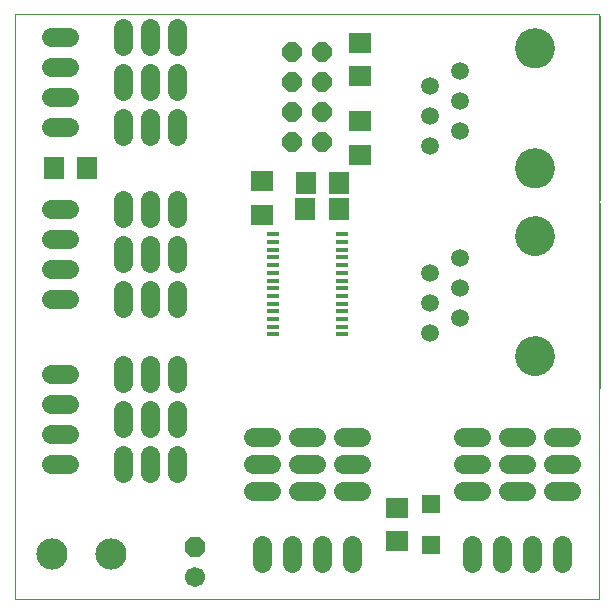
<source format=gts>
G75*
G70*
%OFA0B0*%
%FSLAX24Y24*%
%IPPOS*%
%LPD*%
%AMOC8*
5,1,8,0,0,1.08239X$1,22.5*
%
%ADD10C,0.0000*%
%ADD11C,0.0640*%
%ADD12R,0.0750X0.0670*%
%ADD13R,0.0430X0.0160*%
%ADD14R,0.0670X0.0750*%
%ADD15R,0.0670X0.0749*%
%ADD16OC8,0.0670*%
%ADD17C,0.0670*%
%ADD18C,0.0004*%
%ADD19C,0.0594*%
%ADD20C,0.1320*%
%ADD21C,0.1040*%
%ADD22OC8,0.0640*%
%ADD23C,0.0634*%
%ADD24R,0.0631X0.0631*%
D10*
X000180Y000680D02*
X000180Y020176D01*
X019675Y020176D01*
X019675Y000680D01*
X000180Y000680D01*
X016869Y008805D02*
X016871Y008855D01*
X016877Y008905D01*
X016887Y008954D01*
X016900Y009003D01*
X016918Y009050D01*
X016939Y009096D01*
X016963Y009139D01*
X016991Y009181D01*
X017022Y009221D01*
X017056Y009258D01*
X017093Y009292D01*
X017133Y009323D01*
X017175Y009351D01*
X017218Y009375D01*
X017264Y009396D01*
X017311Y009414D01*
X017360Y009427D01*
X017409Y009437D01*
X017459Y009443D01*
X017509Y009445D01*
X017559Y009443D01*
X017609Y009437D01*
X017658Y009427D01*
X017707Y009414D01*
X017754Y009396D01*
X017800Y009375D01*
X017843Y009351D01*
X017885Y009323D01*
X017925Y009292D01*
X017962Y009258D01*
X017996Y009221D01*
X018027Y009181D01*
X018055Y009139D01*
X018079Y009096D01*
X018100Y009050D01*
X018118Y009003D01*
X018131Y008954D01*
X018141Y008905D01*
X018147Y008855D01*
X018149Y008805D01*
X018147Y008755D01*
X018141Y008705D01*
X018131Y008656D01*
X018118Y008607D01*
X018100Y008560D01*
X018079Y008514D01*
X018055Y008471D01*
X018027Y008429D01*
X017996Y008389D01*
X017962Y008352D01*
X017925Y008318D01*
X017885Y008287D01*
X017843Y008259D01*
X017800Y008235D01*
X017754Y008214D01*
X017707Y008196D01*
X017658Y008183D01*
X017609Y008173D01*
X017559Y008167D01*
X017509Y008165D01*
X017459Y008167D01*
X017409Y008173D01*
X017360Y008183D01*
X017311Y008196D01*
X017264Y008214D01*
X017218Y008235D01*
X017175Y008259D01*
X017133Y008287D01*
X017093Y008318D01*
X017056Y008352D01*
X017022Y008389D01*
X016991Y008429D01*
X016963Y008471D01*
X016939Y008514D01*
X016918Y008560D01*
X016900Y008607D01*
X016887Y008656D01*
X016877Y008705D01*
X016871Y008755D01*
X016869Y008805D01*
X016869Y012805D02*
X016871Y012855D01*
X016877Y012905D01*
X016887Y012954D01*
X016900Y013003D01*
X016918Y013050D01*
X016939Y013096D01*
X016963Y013139D01*
X016991Y013181D01*
X017022Y013221D01*
X017056Y013258D01*
X017093Y013292D01*
X017133Y013323D01*
X017175Y013351D01*
X017218Y013375D01*
X017264Y013396D01*
X017311Y013414D01*
X017360Y013427D01*
X017409Y013437D01*
X017459Y013443D01*
X017509Y013445D01*
X017559Y013443D01*
X017609Y013437D01*
X017658Y013427D01*
X017707Y013414D01*
X017754Y013396D01*
X017800Y013375D01*
X017843Y013351D01*
X017885Y013323D01*
X017925Y013292D01*
X017962Y013258D01*
X017996Y013221D01*
X018027Y013181D01*
X018055Y013139D01*
X018079Y013096D01*
X018100Y013050D01*
X018118Y013003D01*
X018131Y012954D01*
X018141Y012905D01*
X018147Y012855D01*
X018149Y012805D01*
X018147Y012755D01*
X018141Y012705D01*
X018131Y012656D01*
X018118Y012607D01*
X018100Y012560D01*
X018079Y012514D01*
X018055Y012471D01*
X018027Y012429D01*
X017996Y012389D01*
X017962Y012352D01*
X017925Y012318D01*
X017885Y012287D01*
X017843Y012259D01*
X017800Y012235D01*
X017754Y012214D01*
X017707Y012196D01*
X017658Y012183D01*
X017609Y012173D01*
X017559Y012167D01*
X017509Y012165D01*
X017459Y012167D01*
X017409Y012173D01*
X017360Y012183D01*
X017311Y012196D01*
X017264Y012214D01*
X017218Y012235D01*
X017175Y012259D01*
X017133Y012287D01*
X017093Y012318D01*
X017056Y012352D01*
X017022Y012389D01*
X016991Y012429D01*
X016963Y012471D01*
X016939Y012514D01*
X016918Y012560D01*
X016900Y012607D01*
X016887Y012656D01*
X016877Y012705D01*
X016871Y012755D01*
X016869Y012805D01*
X016869Y015055D02*
X016871Y015105D01*
X016877Y015155D01*
X016887Y015204D01*
X016900Y015253D01*
X016918Y015300D01*
X016939Y015346D01*
X016963Y015389D01*
X016991Y015431D01*
X017022Y015471D01*
X017056Y015508D01*
X017093Y015542D01*
X017133Y015573D01*
X017175Y015601D01*
X017218Y015625D01*
X017264Y015646D01*
X017311Y015664D01*
X017360Y015677D01*
X017409Y015687D01*
X017459Y015693D01*
X017509Y015695D01*
X017559Y015693D01*
X017609Y015687D01*
X017658Y015677D01*
X017707Y015664D01*
X017754Y015646D01*
X017800Y015625D01*
X017843Y015601D01*
X017885Y015573D01*
X017925Y015542D01*
X017962Y015508D01*
X017996Y015471D01*
X018027Y015431D01*
X018055Y015389D01*
X018079Y015346D01*
X018100Y015300D01*
X018118Y015253D01*
X018131Y015204D01*
X018141Y015155D01*
X018147Y015105D01*
X018149Y015055D01*
X018147Y015005D01*
X018141Y014955D01*
X018131Y014906D01*
X018118Y014857D01*
X018100Y014810D01*
X018079Y014764D01*
X018055Y014721D01*
X018027Y014679D01*
X017996Y014639D01*
X017962Y014602D01*
X017925Y014568D01*
X017885Y014537D01*
X017843Y014509D01*
X017800Y014485D01*
X017754Y014464D01*
X017707Y014446D01*
X017658Y014433D01*
X017609Y014423D01*
X017559Y014417D01*
X017509Y014415D01*
X017459Y014417D01*
X017409Y014423D01*
X017360Y014433D01*
X017311Y014446D01*
X017264Y014464D01*
X017218Y014485D01*
X017175Y014509D01*
X017133Y014537D01*
X017093Y014568D01*
X017056Y014602D01*
X017022Y014639D01*
X016991Y014679D01*
X016963Y014721D01*
X016939Y014764D01*
X016918Y014810D01*
X016900Y014857D01*
X016887Y014906D01*
X016877Y014955D01*
X016871Y015005D01*
X016869Y015055D01*
X016869Y019055D02*
X016871Y019105D01*
X016877Y019155D01*
X016887Y019204D01*
X016900Y019253D01*
X016918Y019300D01*
X016939Y019346D01*
X016963Y019389D01*
X016991Y019431D01*
X017022Y019471D01*
X017056Y019508D01*
X017093Y019542D01*
X017133Y019573D01*
X017175Y019601D01*
X017218Y019625D01*
X017264Y019646D01*
X017311Y019664D01*
X017360Y019677D01*
X017409Y019687D01*
X017459Y019693D01*
X017509Y019695D01*
X017559Y019693D01*
X017609Y019687D01*
X017658Y019677D01*
X017707Y019664D01*
X017754Y019646D01*
X017800Y019625D01*
X017843Y019601D01*
X017885Y019573D01*
X017925Y019542D01*
X017962Y019508D01*
X017996Y019471D01*
X018027Y019431D01*
X018055Y019389D01*
X018079Y019346D01*
X018100Y019300D01*
X018118Y019253D01*
X018131Y019204D01*
X018141Y019155D01*
X018147Y019105D01*
X018149Y019055D01*
X018147Y019005D01*
X018141Y018955D01*
X018131Y018906D01*
X018118Y018857D01*
X018100Y018810D01*
X018079Y018764D01*
X018055Y018721D01*
X018027Y018679D01*
X017996Y018639D01*
X017962Y018602D01*
X017925Y018568D01*
X017885Y018537D01*
X017843Y018509D01*
X017800Y018485D01*
X017754Y018464D01*
X017707Y018446D01*
X017658Y018433D01*
X017609Y018423D01*
X017559Y018417D01*
X017509Y018415D01*
X017459Y018417D01*
X017409Y018423D01*
X017360Y018433D01*
X017311Y018446D01*
X017264Y018464D01*
X017218Y018485D01*
X017175Y018509D01*
X017133Y018537D01*
X017093Y018568D01*
X017056Y018602D01*
X017022Y018639D01*
X016991Y018679D01*
X016963Y018721D01*
X016939Y018764D01*
X016918Y018810D01*
X016900Y018857D01*
X016887Y018906D01*
X016877Y018955D01*
X016871Y019005D01*
X016869Y019055D01*
D11*
X005580Y019130D02*
X005580Y019730D01*
X004680Y019730D02*
X004680Y019130D01*
X004680Y018230D02*
X004680Y017630D01*
X004680Y016730D02*
X004680Y016130D01*
X003780Y016130D02*
X003780Y016730D01*
X003780Y017630D02*
X003780Y018230D01*
X003780Y019130D02*
X003780Y019730D01*
X005580Y018230D02*
X005580Y017630D01*
X005580Y016730D02*
X005580Y016130D01*
X005580Y013980D02*
X005580Y013380D01*
X005580Y012480D02*
X005580Y011880D01*
X005580Y010980D02*
X005580Y010380D01*
X004680Y010380D02*
X004680Y010980D01*
X004680Y011880D02*
X004680Y012480D01*
X004680Y013380D02*
X004680Y013980D01*
X003780Y013980D02*
X003780Y013380D01*
X003780Y012480D02*
X003780Y011880D01*
X003780Y010980D02*
X003780Y010380D01*
X003780Y008480D02*
X003780Y007880D01*
X004680Y007880D02*
X004680Y008480D01*
X005580Y008480D02*
X005580Y007880D01*
X005580Y006980D02*
X005580Y006380D01*
X005580Y005480D02*
X005580Y004880D01*
X004680Y004880D02*
X004680Y005480D01*
X004680Y006380D02*
X004680Y006980D01*
X003780Y006980D02*
X003780Y006380D01*
X003780Y005480D02*
X003780Y004880D01*
X008130Y005180D02*
X008730Y005180D01*
X008730Y006080D02*
X008130Y006080D01*
X009630Y006080D02*
X010230Y006080D01*
X010230Y005180D02*
X009630Y005180D01*
X009630Y004280D02*
X010230Y004280D01*
X011130Y004280D02*
X011730Y004280D01*
X011730Y005180D02*
X011130Y005180D01*
X011130Y006080D02*
X011730Y006080D01*
X008730Y004280D02*
X008130Y004280D01*
X015130Y004280D02*
X015730Y004280D01*
X015730Y005180D02*
X015130Y005180D01*
X015130Y006080D02*
X015730Y006080D01*
X016630Y006080D02*
X017230Y006080D01*
X017230Y005180D02*
X016630Y005180D01*
X016630Y004280D02*
X017230Y004280D01*
X018130Y004280D02*
X018730Y004280D01*
X018730Y005180D02*
X018130Y005180D01*
X018130Y006080D02*
X018730Y006080D01*
D12*
X012930Y003740D03*
X012930Y002620D03*
X008430Y013495D03*
X008430Y014615D03*
X011680Y015495D03*
X011680Y016615D03*
X011680Y018120D03*
X011680Y019240D03*
D13*
X011079Y012843D03*
X011079Y012587D03*
X011079Y012332D03*
X011079Y012076D03*
X011079Y011820D03*
X011079Y011564D03*
X011079Y011308D03*
X011079Y011052D03*
X011079Y010796D03*
X011079Y010540D03*
X011079Y010284D03*
X011079Y010028D03*
X011079Y009773D03*
X011079Y009517D03*
X008781Y009517D03*
X008781Y009773D03*
X008781Y010028D03*
X008781Y010284D03*
X008781Y010540D03*
X008781Y010796D03*
X008781Y011052D03*
X008781Y011308D03*
X008781Y011564D03*
X008781Y011820D03*
X008781Y012076D03*
X008781Y012332D03*
X008781Y012587D03*
X008781Y012843D03*
D14*
X009870Y013680D03*
X010990Y013680D03*
D15*
X010981Y014555D03*
X009879Y014555D03*
X002606Y015055D03*
X001504Y015055D03*
D16*
X006180Y002430D03*
D17*
X006180Y001430D03*
D18*
X019678Y007730D02*
X019678Y013880D01*
X019678Y013980D02*
X019678Y020130D01*
D19*
X015009Y018305D03*
X015009Y017305D03*
X015009Y016305D03*
X014009Y015805D03*
X014009Y016805D03*
X014009Y017805D03*
X015009Y012055D03*
X015009Y011055D03*
X015009Y010055D03*
X014009Y009555D03*
X014009Y010555D03*
X014009Y011555D03*
D20*
X017509Y012805D03*
X017509Y015055D03*
X017509Y019055D03*
X017509Y008805D03*
D21*
X003399Y002180D03*
X001430Y002180D03*
D22*
X009430Y015930D03*
X009430Y016930D03*
X009430Y017930D03*
X009430Y018930D03*
X010430Y018930D03*
X010430Y017930D03*
X010430Y016930D03*
X010430Y015930D03*
D23*
X001977Y016430D02*
X001383Y016430D01*
X001383Y017430D02*
X001977Y017430D01*
X001977Y018430D02*
X001383Y018430D01*
X001383Y019430D02*
X001977Y019430D01*
X001977Y013680D02*
X001383Y013680D01*
X001383Y012680D02*
X001977Y012680D01*
X001977Y011680D02*
X001383Y011680D01*
X001383Y010680D02*
X001977Y010680D01*
X001977Y008180D02*
X001383Y008180D01*
X001383Y007180D02*
X001977Y007180D01*
X001977Y006180D02*
X001383Y006180D01*
X001383Y005180D02*
X001977Y005180D01*
X008430Y002477D02*
X008430Y001883D01*
X009430Y001883D02*
X009430Y002477D01*
X010430Y002477D02*
X010430Y001883D01*
X011430Y001883D02*
X011430Y002477D01*
X015430Y002477D02*
X015430Y001883D01*
X016430Y001883D02*
X016430Y002477D01*
X017430Y002477D02*
X017430Y001883D01*
X018430Y001883D02*
X018430Y002477D01*
D24*
X014055Y002491D03*
X014055Y003869D03*
M02*

</source>
